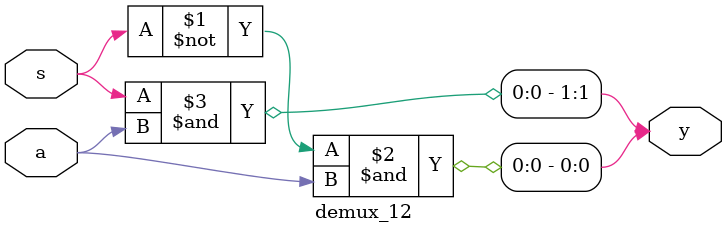
<source format=v>
module demux_12(a,s,y);

	input a,s;
	output [1:0]y;

assign y[0]=(~s)&a;
assign y[1]=s&a;

endmodule
	
</source>
